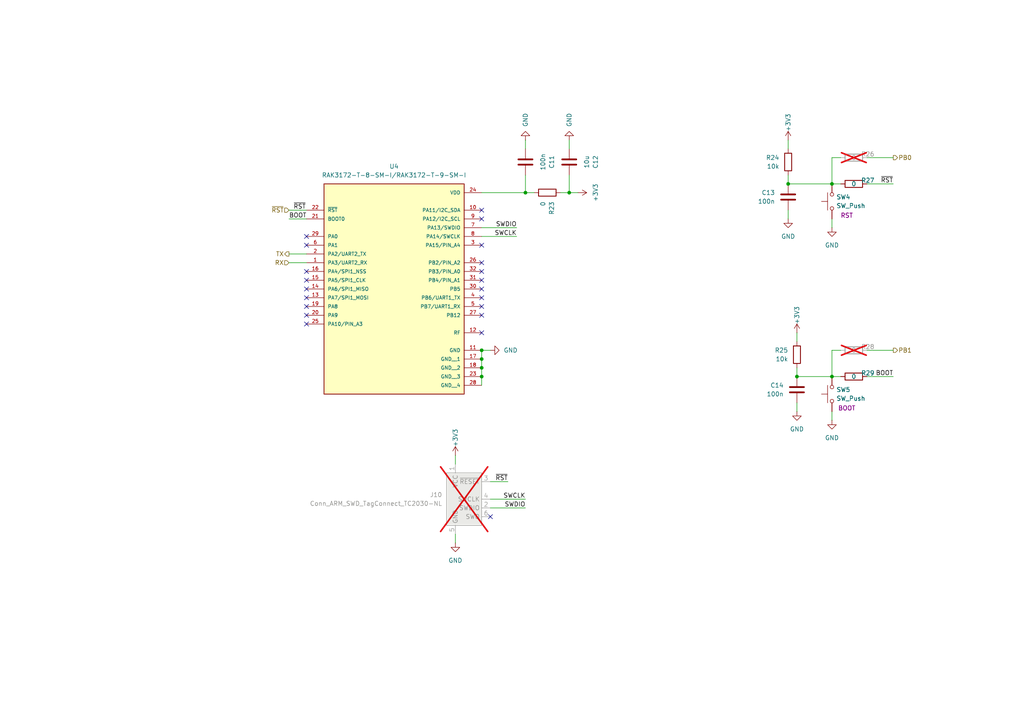
<source format=kicad_sch>
(kicad_sch (version 20231120) (generator "eeschema") (generator_version "8.0")
  (paper "A4")
  (lib_symbols
    (symbol "Connector:Conn_ARM_SWD_TagConnect_TC2030-NL" (in_bom no)
      (property "Reference" "J" (at 2.54 11.43 0))
      (property "Value" "Conn_ARM_SWD_TagConnect_TC2030-NL" (at 2.54 8.89 0))
      (symbol "Conn_ARM_SWD_TagConnect_TC2030-NL_0_0"
        (pin power_in line (at -2.54 10.16 270) (length 2.54) (name "VCC") (number "1"))
        (pin bidirectional line (at 7.62 -2.54 180) (length 2.54) (name "SWDIO") (number "2"))
        (pin open_collector line (at 7.62 5.08 180) (length 2.54) (name "~{RESET}") (number "3"))
        (pin output line (at 7.62 0 180) (length 2.54) (name "SWCLK") (number "4"))
        (pin power_in line (at -2.54 -10.16 90) (length 2.54) (name "GND") (number "5"))
        (pin input line (at 7.62 -5.08 180) (length 2.54) (name "SWO") (number "6"))
      )
      (symbol "Conn_ARM_SWD_TagConnect_TC2030-NL_0_1"
        (rectangle (start -5.08 7.62) (end 5.08 -7.62) (fill (type background)))
      )
    )
    (symbol "Device:C" (pin_numbers hide) (pin_names (offset 0.254))
      (property "Reference" "C" (at 0.635 2.54 0))
      (property "Value" "C" (at 0.635 -2.54 0))
      (symbol "C_0_1"
        (polyline (pts (xy -2.032 -0.762) (xy 2.032 -0.762)) (stroke (width 0.508)))
        (polyline (pts (xy -2.032 0.762) (xy 2.032 0.762)) (stroke (width 0.508)))
      )
      (symbol "C_1_1"
        (pin passive line (at 0 3.81 270) (length 2.794) (name "~") (number "1"))
        (pin passive line (at 0 -3.81 90) (length 2.794) (name "~") (number "2"))
      )
    )
    (symbol "Device:R" (pin_numbers hide) (pin_names (offset 0))
      (property "Reference" "R" (at 2.032 0 90))
      (property "Value" "R" (at 0 0 90))
      (symbol "R_0_1"
        (rectangle (start -1.016 -2.54) (end 1.016 2.54) (stroke (width 0.254)))
      )
      (symbol "R_1_1"
        (pin passive line (at 0 3.81 270) (length 1.27) (name "~") (number "1"))
        (pin passive line (at 0 -3.81 90) (length 1.27) (name "~") (number "2"))
      )
    )
    (symbol "Local:RAK3172-8-SM-NI" (pin_names (offset 1.016))
      (property "Reference" "U" (at -20.32 27.94 0))
      (property "Value" "RAK3172-8-SM-NI" (at -20.32 -38.1 0))
      (symbol "RAK3172-8-SM-NI_0_0"
        (rectangle (start -20.32 -35.56) (end 20.32 25.4) (stroke (width 0.254)) (fill (type background)))
        (pin bidirectional line (at -25.4 2.54 0) (length 5.08) (name "PA3/UART2_RX") (number "1"))
        (pin bidirectional line (at 25.4 17.78 180) (length 5.08) (name "PA11/I2C_SDA") (number "10"))
        (pin power_in line (at 25.4 -22.86 180) (length 5.08) (name "GND") (number "11"))
        (pin bidirectional line (at 25.4 -17.78 180) (length 5.08) (name "RF") (number "12"))
        (pin bidirectional line (at -25.4 -7.62 0) (length 5.08) (name "PA7/SPI1_MOSI") (number "13"))
        (pin bidirectional line (at -25.4 -5.08 0) (length 5.08) (name "PA6/SPI1_MISO") (number "14"))
        (pin bidirectional line (at -25.4 -2.54 0) (length 5.08) (name "PA5/SPI1_CLK") (number "15"))
        (pin bidirectional line (at -25.4 0 0) (length 5.08) (name "PA4/SPI1_NSS") (number "16"))
        (pin power_in line (at 25.4 -25.4 180) (length 5.08) (name "GND__1") (number "17"))
        (pin power_in line (at 25.4 -27.94 180) (length 5.08) (name "GND__2") (number "18"))
        (pin bidirectional line (at -25.4 -10.16 0) (length 5.08) (name "PA8") (number "19"))
        (pin bidirectional line (at -25.4 5.08 0) (length 5.08) (name "PA2/UART2_TX") (number "2"))
        (pin bidirectional line (at -25.4 -12.7 0) (length 5.08) (name "PA9") (number "20"))
        (pin input line (at -25.4 15.24 0) (length 5.08) (name "BOOT0") (number "21"))
        (pin input line (at -25.4 17.78 0) (length 5.08) (name "~{RST}") (number "22"))
        (pin power_in line (at 25.4 -30.48 180) (length 5.08) (name "GND__3") (number "23"))
        (pin power_in line (at 25.4 22.86 180) (length 5.08) (name "VDD") (number "24"))
        (pin bidirectional line (at -25.4 -15.24 0) (length 5.08) (name "PA10/PIN_A3") (number "25"))
        (pin bidirectional line (at 25.4 2.54 180) (length 5.08) (name "PB2/PIN_A2") (number "26"))
        (pin bidirectional line (at 25.4 -12.7 180) (length 5.08) (name "PB12") (number "27"))
        (pin power_in line (at 25.4 -33.02 180) (length 5.08) (name "GND__4") (number "28"))
        (pin bidirectional line (at -25.4 10.16 0) (length 5.08) (name "PA0") (number "29"))
        (pin bidirectional line (at 25.4 7.62 180) (length 5.08) (name "PA15/PIN_A4") (number "3"))
        (pin bidirectional line (at 25.4 -5.08 180) (length 5.08) (name "PB5") (number "30"))
        (pin bidirectional line (at 25.4 -2.54 180) (length 5.08) (name "PB4/PIN_A1") (number "31"))
        (pin bidirectional line (at 25.4 0 180) (length 5.08) (name "PB3/PIN_A0") (number "32"))
        (pin bidirectional line (at 25.4 -7.62 180) (length 5.08) (name "PB6/UART1_TX") (number "4"))
        (pin bidirectional line (at 25.4 -10.16 180) (length 5.08) (name "PB7/UART1_RX") (number "5"))
        (pin bidirectional line (at -25.4 7.62 0) (length 5.08) (name "PA1") (number "6"))
        (pin bidirectional line (at 25.4 12.7 180) (length 5.08) (name "PA13/SWDIO") (number "7"))
        (pin bidirectional line (at 25.4 10.16 180) (length 5.08) (name "PA14/SWCLK") (number "8"))
        (pin bidirectional line (at 25.4 15.24 180) (length 5.08) (name "PA12/I2C_SCL") (number "9"))
      )
    )
    (symbol "Switch:SW_Push" (pin_numbers hide) (pin_names (offset 1.016) hide)
      (property "Reference" "SW" (at 1.27 2.54 0))
      (property "Value" "SW_Push" (at 0 -1.524 0))
      (symbol "SW_Push_0_1"
        (circle (center -2.032 0) (radius 0.508))
        (polyline (pts (xy 0 1.27) (xy 0 3.048)))
        (polyline (pts (xy 2.54 1.27) (xy -2.54 1.27)))
        (circle (center 2.032 0) (radius 0.508))
        (pin passive line (at -5.08 0 0) (length 2.54) (name "1") (number "1"))
        (pin passive line (at 5.08 0 180) (length 2.54) (name "2") (number "2"))
      )
    )
    (symbol "power:+3V3" (power) (pin_numbers hide) (pin_names (offset 0) hide)
      (property "Value" "+3V3" (at 0 3.556 0))
      (symbol "+3V3_0_1"
        (polyline (pts (xy -0.762 1.27) (xy 0 2.54)))
        (polyline (pts (xy 0 0) (xy 0 2.54)))
        (polyline (pts (xy 0 2.54) (xy 0.762 1.27)))
      )
      (symbol "+3V3_1_1"
        (pin power_in line (at 0 0 90) (length 0) (name "~") (number "1"))
      )
    )
    (symbol "power:GND" (power) (pin_numbers hide) (pin_names (offset 0) hide)
      (property "Value" "GND" (at 0 -3.81 0))
      (symbol "GND_0_1"
        (polyline (pts (xy 0 0) (xy 0 -1.27) (xy 1.27 -1.27) (xy 0 -2.54) (xy -1.27 -1.27) (xy 0 -1.27)))
      )
      (symbol "GND_1_1"
        (pin power_in line (at 0 0 270) (length 0) (name "~") (number "1"))
      )
    )
  )
  (junction (at 139.7 104.14))
  (junction (at 152.4 55.88))
  (junction (at 231.14 109.22))
  (junction (at 139.7 109.22))
  (junction (at 241.3 53.34))
  (junction (at 228.6 53.34))
  (junction (at 241.3 109.22))
  (junction (at 165.1 55.88))
  (junction (at 139.7 106.68))
  (junction (at 139.7 101.6))
  (no_connect (at 139.7 76.2))
  (no_connect (at 88.9 81.28))
  (no_connect (at 139.7 78.74))
  (no_connect (at 88.9 88.9))
  (no_connect (at 139.7 81.28))
  (no_connect (at 88.9 83.82))
  (no_connect (at 139.7 71.12))
  (no_connect (at 88.9 71.12))
  (no_connect (at 139.7 91.44))
  (no_connect (at 139.7 88.9))
  (no_connect (at 88.9 86.36))
  (no_connect (at 88.9 91.44))
  (no_connect (at 142.24 149.86))
  (no_connect (at 88.9 78.74))
  (no_connect (at 139.7 60.96))
  (no_connect (at 88.9 93.98))
  (no_connect (at 139.7 63.5))
  (no_connect (at 88.9 68.58))
  (no_connect (at 139.7 83.82))
  (no_connect (at 139.7 86.36))
  (no_connect (at 139.7 96.52))
  (wire (pts (xy 231.14 116.84) (xy 231.14 119.38)))
  (wire (pts (xy 241.3 101.6) (xy 243.84 101.6)))
  (wire (pts (xy 251.46 101.6) (xy 259.08 101.6)))
  (wire (pts (xy 139.7 106.68) (xy 139.7 109.22)))
  (wire (pts (xy 139.7 109.22) (xy 139.7 111.76)))
  (wire (pts (xy 132.08 154.94) (xy 132.08 157.48)))
  (wire (pts (xy 241.3 109.22) (xy 243.84 109.22)))
  (wire (pts (xy 83.82 73.66) (xy 88.9 73.66)))
  (wire (pts (xy 139.7 101.6) (xy 142.24 101.6)))
  (wire (pts (xy 241.3 63.5) (xy 241.3 66.04)))
  (wire (pts (xy 167.64 55.88) (xy 165.1 55.88)))
  (wire (pts (xy 251.46 109.22) (xy 259.08 109.22)))
  (wire (pts (xy 142.24 139.7) (xy 147.32 139.7)))
  (wire (pts (xy 83.82 76.2) (xy 88.9 76.2)))
  (wire (pts (xy 139.7 66.04) (xy 149.86 66.04)))
  (wire (pts (xy 228.6 53.34) (xy 241.3 53.34)))
  (wire (pts (xy 231.14 109.22) (xy 241.3 109.22)))
  (wire (pts (xy 228.6 43.18) (xy 228.6 40.64)))
  (wire (pts (xy 228.6 60.96) (xy 228.6 63.5)))
  (wire (pts (xy 165.1 55.88) (xy 162.56 55.88)))
  (wire (pts (xy 139.7 68.58) (xy 149.86 68.58)))
  (wire (pts (xy 251.46 53.34) (xy 259.08 53.34)))
  (wire (pts (xy 241.3 45.72) (xy 243.84 45.72)))
  (wire (pts (xy 241.3 119.38) (xy 241.3 121.92)))
  (wire (pts (xy 152.4 40.64) (xy 152.4 43.18)))
  (wire (pts (xy 152.4 50.8) (xy 152.4 55.88)))
  (wire (pts (xy 154.94 55.88) (xy 152.4 55.88)))
  (wire (pts (xy 228.6 50.8) (xy 228.6 53.34)))
  (wire (pts (xy 241.3 53.34) (xy 241.3 45.72)))
  (wire (pts (xy 139.7 101.6) (xy 139.7 104.14)))
  (wire (pts (xy 251.46 45.72) (xy 259.08 45.72)))
  (wire (pts (xy 142.24 144.78) (xy 152.4 144.78)))
  (wire (pts (xy 241.3 109.22) (xy 241.3 101.6)))
  (wire (pts (xy 165.1 50.8) (xy 165.1 55.88)))
  (wire (pts (xy 139.7 55.88) (xy 152.4 55.88)))
  (wire (pts (xy 132.08 134.62) (xy 132.08 132.08)))
  (wire (pts (xy 83.82 63.5) (xy 88.9 63.5)))
  (wire (pts (xy 231.14 99.06) (xy 231.14 96.52)))
  (wire (pts (xy 231.14 106.68) (xy 231.14 109.22)))
  (wire (pts (xy 241.3 53.34) (xy 243.84 53.34)))
  (wire (pts (xy 83.82 60.96) (xy 88.9 60.96)))
  (wire (pts (xy 142.24 147.32) (xy 152.4 147.32)))
  (wire (pts (xy 139.7 104.14) (xy 139.7 106.68)))
  (wire (pts (xy 165.1 40.64) (xy 165.1 43.18)))
  (label "SWCLK" (at 149.86 68.58 180))
  (label "SWCLK" (at 152.4 144.78 180))
  (label "~{RST}" (at 147.32 139.7 180))
  (label "SWDIO" (at 149.86 66.04 180))
  (label "SWDIO" (at 152.4 147.32 180))
  (label "BOOT" (at 259.08 109.22 180))
  (label "BOOT" (at 83.82 63.5 0))
  (label "~{RST}" (at 85.09 60.96 0))
  (label "~{RST}" (at 259.08 53.34 180))
  (hierarchical_label "PB0" (shape output) (at 259.08 45.72 0))
  (hierarchical_label "RX" (shape input) (at 83.82 76.2 180))
  (hierarchical_label "~{RST}" (shape input) (at 83.82 60.96 180))
  (hierarchical_label "TX" (shape output) (at 83.82 73.66 180))
  (hierarchical_label "PB1" (shape output) (at 259.08 101.6 0))
  (symbol (lib_id "power:GND") (at 142.24 101.6 90) (unit 1)
    (property "Reference" "#PWR050" (effects (hide yes)))
    (property "Value" "GND" (at 146.05 101.5999 90) (effects (justify right)))
    (property "Description" "Power symbol creates a global label with name \"GND\" , ground" (effects (hide yes)))
  )
  (symbol (lib_id "power:GND") (at 165.1 40.64 180) (unit 1)
    (property "Reference" "#PWR052" (effects (hide yes)))
    (property "Value" "GND" (at 165.1001 36.83 90) (effects (justify right)))
    (property "Description" "Power symbol creates a global label with name \"GND\" , ground" (effects (hide yes)))
  )
  (symbol (lib_id "power:GND") (at 231.14 119.38 0) (unit 1)
    (property "Reference" "#PWR057" (effects (hide yes)))
    (property "Value" "GND" (at 231.14 124.46 0))
    (property "Description" "Power symbol creates a global label with name \"GND\" , ground" (effects (hide yes)))
  )
  (symbol (lib_id "Device:R") (at 158.75 55.88 270) (unit 1)
    (property "Reference" "R23" (at 160.0201 58.42 0) (effects (justify left)))
    (property "Value" "0" (at 157.4801 58.42 0) (effects (justify left)))
    (property "Footprint" "Resistor_SMD:R_0805_2012Metric" (effects (hide yes)))
    (property "Description" "Resistor" (effects (hide yes)))
    (property "JLCPCB Part #" "C17477" (effects (hide yes)))
    (property "MFR.Part #" "0805W8F0000T5E" (effects (hide yes)))
  )
  (symbol (lib_id "Switch:SW_Push") (at 241.3 114.3 90) (unit 1)
    (property "Reference" "SW5" (at 242.57 113.0299 90) (effects (justify right)))
    (property "Value" "SW_Push" (at 242.57 115.5699 90) (effects (justify right)))
    (property "Footprint" "Local:SW-SMD_4P-L6.0-W6.0-P4.50-LS9.2" (effects (hide yes)))
    (property "Description" "Push button switch, generic, two pins" (effects (hide yes)))
    (property "Comment" "BOOT" (at 245.618 118.364 90))
    (property "JLCPCB Part #" "C19191552" (effects (hide yes)))
    (property "MFR.Part #" "TPS645-5NC60" (effects (hide yes)))
  )
  (symbol (lib_id "Device:C") (at 228.6 57.15 0) (mirror x) (unit 1)
    (property "Reference" "C13" (at 224.79 55.8799 0) (effects (justify right)))
    (property "Value" "100n" (at 224.79 58.4199 0) (effects (justify right)))
    (property "Footprint" "Capacitor_SMD:C_0805_2012Metric" (effects (hide yes)))
    (property "Description" "Unpolarized capacitor" (effects (hide yes)))
    (property "JLCPCB Part #" "C29926" (effects (hide yes)))
    (property "MFR.Part #" "0805B104J500NT" (effects (hide yes)))
  )
  (symbol (lib_id "Device:R") (at 247.65 53.34 90) (unit 1)
    (property "Reference" "R27" (at 251.714 52.324 90))
    (property "Value" "0" (at 247.65 53.34 90))
    (property "Footprint" "Resistor_SMD:R_0805_2012Metric" (effects (hide yes)))
    (property "Description" "Resistor" (effects (hide yes)))
    (property "JLCPCB Part #" "C17477" (effects (hide yes)))
    (property "MFR.Part #" "0805W8F0000T5E" (effects (hide yes)))
  )
  (symbol (lib_id "power:GND") (at 152.4 40.64 180) (unit 1)
    (property "Reference" "#PWR051" (effects (hide yes)))
    (property "Value" "GND" (at 152.4001 36.83 90) (effects (justify right)))
    (property "Description" "Power symbol creates a global label with name \"GND\" , ground" (effects (hide yes)))
  )
  (symbol (lib_id "power:+3V3") (at 167.64 55.88 270) (unit 1)
    (property "Reference" "#PWR053" (effects (hide yes)))
    (property "Value" "+3V3" (at 172.72 55.88 0))
    (property "Description" "Power symbol creates a global label with name \"+3V3\"" (effects (hide yes)))
  )
  (symbol (lib_id "Device:C") (at 231.14 113.03 0) (mirror x) (unit 1)
    (property "Reference" "C14" (at 227.33 111.7599 0) (effects (justify right)))
    (property "Value" "100n" (at 227.33 114.2999 0) (effects (justify right)))
    (property "Footprint" "Capacitor_SMD:C_0805_2012Metric" (effects (hide yes)))
    (property "Description" "Unpolarized capacitor" (effects (hide yes)))
    (property "JLCPCB Part #" "C29926" (effects (hide yes)))
    (property "MFR.Part #" "0805B104J500NT" (effects (hide yes)))
  )
  (symbol (lib_id "Device:C") (at 152.4 46.99 0) (unit 1)
    (property "Reference" "C11" (at 160.02 46.99 90))
    (property "Value" "100n" (at 157.48 46.99 90))
    (property "Footprint" "Capacitor_SMD:C_0805_2012Metric" (effects (hide yes)))
    (property "Description" "Unpolarized capacitor" (effects (hide yes)))
    (property "JLCPCB Part #" "C29926" (effects (hide yes)))
    (property "MFR.Part #" "0805B104J500NT" (effects (hide yes)))
  )
  (symbol (lib_id "power:GND") (at 132.08 157.48 0) (unit 1)
    (property "Reference" "#PWR049" (effects (hide yes)))
    (property "Value" "GND" (at 132.08 162.56 0))
    (property "Description" "Power symbol creates a global label with name \"GND\" , ground" (effects (hide yes)))
  )
  (symbol (lib_id "Device:R") (at 247.65 45.72 90) (unit 1) (dnp yes)
    (property "Reference" "R26" (at 251.714 44.704 90))
    (property "Value" "0" (at 247.65 45.72 90))
    (property "Footprint" "Resistor_SMD:R_0805_2012Metric" (effects (hide yes)))
    (property "Description" "Resistor" (effects (hide yes)))
    (property "JLCPCB Part #" "C17477" (effects (hide yes)))
    (property "MFR.Part #" "0805W8F0000T5E" (effects (hide yes)))
  )
  (symbol (lib_id "Device:R") (at 231.14 102.87 0) (mirror x) (unit 1)
    (property "Reference" "R25" (at 228.6 101.5999 0) (effects (justify right)))
    (property "Value" "10k" (at 228.6 104.1399 0) (effects (justify right)))
    (property "Footprint" "Resistor_SMD:R_0805_2012Metric" (effects (hide yes)))
    (property "Description" "Resistor" (effects (hide yes)))
    (property "JLCPCB Part #" "C84376" (effects (hide yes)))
    (property "MFR.Part #" "RC0805FR-0710KL" (effects (hide yes)))
  )
  (symbol (lib_id "power:+3V3") (at 231.14 96.52 0) (unit 1)
    (property "Reference" "#PWR056" (effects (hide yes)))
    (property "Value" "+3V3" (at 231.14 91.44 90))
    (property "Description" "Power symbol creates a global label with name \"+3V3\"" (effects (hide yes)))
  )
  (symbol (lib_id "power:+3V3") (at 132.08 132.08 0) (unit 1)
    (property "Reference" "#PWR048" (effects (hide yes)))
    (property "Value" "+3V3" (at 132.08 127 90))
    (property "Description" "Power symbol creates a global label with name \"+3V3\"" (effects (hide yes)))
  )
  (symbol (lib_id "Local:RAK3172-8-SM-NI") (at 114.3 78.74 0) (unit 1)
    (property "Reference" "U4" (at 114.3 48.26 0))
    (property "Value" "RAK3172-T-8-SM-I/RAK3172-T-9-SM-I" (at 114.3 50.8 0))
    (property "Footprint" "Local:XCVR_RAK3172-8-SM-NI" (effects (hide yes)))
    (property "PARTREV" "4/11/2023" (effects (hide yes)))
    (property "STANDARD" "Manufacturer Recommendations" (effects (hide yes)))
    (property "SNAPEDA_PN" "RAK3172-8-SM-NI" (effects (hide yes)))
    (property "MAXIMUM_PACKAGE_HEIGHT" "2.60mm" (effects (hide yes)))
    (property "MANUFACTURER" "RAK" (effects (hide yes)))
    (property "JLCPCB Part #" "C19723908" (effects (hide yes)))
    (property "MFR.Part #" "RAK3172-T-8-SM-I" (effects (hide yes)))
  )
  (symbol (lib_id "Device:C") (at 165.1 46.99 0) (unit 1)
    (property "Reference" "C12" (at 172.72 46.99 90))
    (property "Value" "10u" (at 170.18 46.99 90))
    (property "Footprint" "Capacitor_SMD:C_0805_2012Metric" (effects (hide yes)))
    (property "Description" "Unpolarized capacitor" (effects (hide yes)))
    (property "JLCPCB Part #" "C15850" (effects (hide yes)))
    (property "MFR.Part #" "CL21A106KAYNNNE" (effects (hide yes)))
  )
  (symbol (lib_id "power:GND") (at 228.6 63.5 0) (unit 1)
    (property "Reference" "#PWR055" (effects (hide yes)))
    (property "Value" "GND" (at 228.6 68.58 0))
    (property "Description" "Power symbol creates a global label with name \"GND\" , ground" (effects (hide yes)))
  )
  (symbol (lib_id "Device:R") (at 247.65 109.22 90) (unit 1)
    (property "Reference" "R29" (at 251.714 108.204 90))
    (property "Value" "0" (at 247.65 109.22 90))
    (property "Footprint" "Resistor_SMD:R_0805_2012Metric" (effects (hide yes)))
    (property "Description" "Resistor" (effects (hide yes)))
    (property "JLCPCB Part #" "C17477" (effects (hide yes)))
    (property "MFR.Part #" "0805W8F0000T5E" (effects (hide yes)))
  )
  (symbol (lib_id "Device:R") (at 247.65 101.6 90) (unit 1) (dnp yes)
    (property "Reference" "R28" (at 251.714 100.584 90))
    (property "Value" "0" (at 247.65 101.6 90))
    (property "Footprint" "Resistor_SMD:R_0805_2012Metric" (effects (hide yes)))
    (property "Description" "Resistor" (effects (hide yes)))
    (property "JLCPCB Part #" "C17477" (effects (hide yes)))
    (property "MFR.Part #" "0805W8F0000T5E" (effects (hide yes)))
  )
  (symbol (lib_id "power:GND") (at 241.3 121.92 0) (unit 1)
    (property "Reference" "#PWR059" (effects (hide yes)))
    (property "Value" "GND" (at 241.3 127 0))
    (property "Description" "Power symbol creates a global label with name \"GND\" , ground" (effects (hide yes)))
  )
  (symbol (lib_id "Connector:Conn_ARM_SWD_TagConnect_TC2030-NL") (at 134.62 144.78 0) (unit 1) (in_bom no) (dnp yes)
    (property "Reference" "J10" (at 128.27 143.5099 0) (effects (justify right)))
    (property "Value" "Conn_ARM_SWD_TagConnect_TC2030-NL" (at 128.27 146.0499 0) (effects (justify right)))
    (property "Footprint" "Connector:Tag-Connect_TC2030-IDC-NL_2x03_P1.27mm_Vertical" (effects (hide yes)))
    (property "Datasheet" "https://www.tag-connect.com/wp-content/uploads/bsk-pdf-manager/TC2030-CTX_1.pdf" (effects (hide yes)))
    (property "Description" "Tag-Connect ARM Cortex SWD JTAG connector, 6 pin, no legs" (effects (hide yes)))
  )
  (symbol (lib_id "power:+3V3") (at 228.6 40.64 0) (unit 1)
    (property "Reference" "#PWR054" (effects (hide yes)))
    (property "Value" "+3V3" (at 228.6 35.56 90))
    (property "Description" "Power symbol creates a global label with name \"+3V3\"" (effects (hide yes)))
  )
  (symbol (lib_id "Switch:SW_Push") (at 241.3 58.42 90) (unit 1)
    (property "Reference" "SW4" (at 242.57 57.1499 90) (effects (justify right)))
    (property "Value" "SW_Push" (at 242.57 59.6899 90) (effects (justify right)))
    (property "Footprint" "Local:SW-SMD_4P-L6.0-W6.0-P4.50-LS9.2" (effects (hide yes)))
    (property "Description" "Push button switch, generic, two pins" (effects (hide yes)))
    (property "Comment" "RST" (at 245.618 62.484 90))
    (property "JLCPCB Part #" "C19191552" (effects (hide yes)))
    (property "MFR.Part #" "TPS645-5NC60" (effects (hide yes)))
  )
  (symbol (lib_id "power:GND") (at 241.3 66.04 0) (unit 1)
    (property "Reference" "#PWR058" (effects (hide yes)))
    (property "Value" "GND" (at 241.3 71.12 0))
    (property "Description" "Power symbol creates a global label with name \"GND\" , ground" (effects (hide yes)))
  )
  (symbol (lib_id "Device:R") (at 228.6 46.99 0) (mirror x) (unit 1)
    (property "Reference" "R24" (at 226.06 45.7199 0) (effects (justify right)))
    (property "Value" "10k" (at 226.06 48.2599 0) (effects (justify right)))
    (property "Footprint" "Resistor_SMD:R_0805_2012Metric" (effects (hide yes)))
    (property "Description" "Resistor" (effects (hide yes)))
    (property "JLCPCB Part #" "C84376" (effects (hide yes)))
    (property "MFR.Part #" "RC0805FR-0710KL" (effects (hide yes)))
  )
)
</source>
